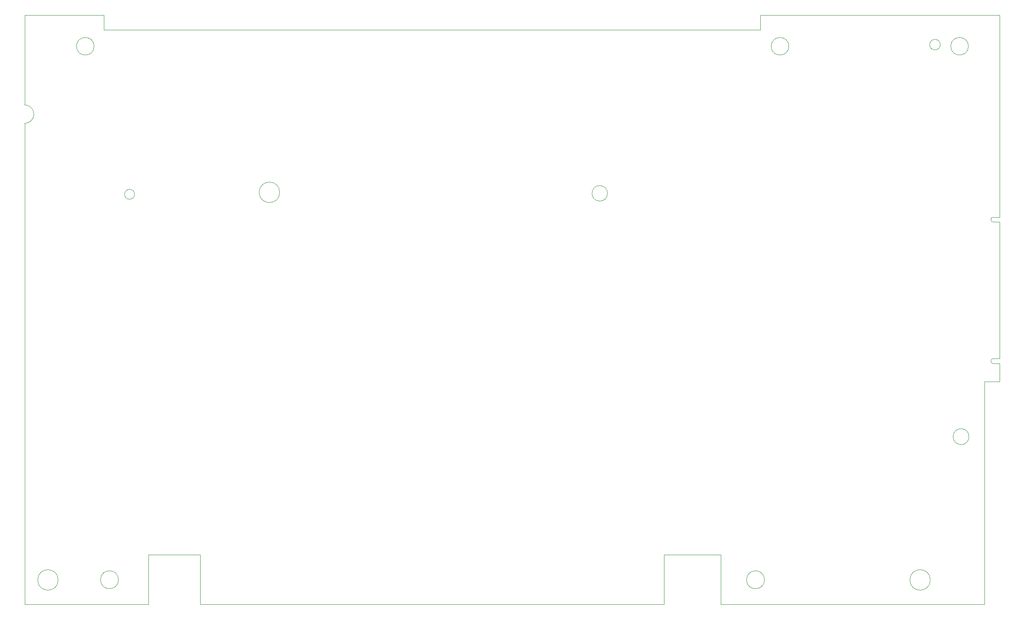
<source format=gbr>
%TF.GenerationSoftware,KiCad,Pcbnew,7.0.9*%
%TF.CreationDate,2024-01-30T12:33:28+01:00*%
%TF.ProjectId,FINESSE,46494e45-5353-4452-9e6b-696361645f70,rev?*%
%TF.SameCoordinates,Original*%
%TF.FileFunction,Profile,NP*%
%FSLAX46Y46*%
G04 Gerber Fmt 4.6, Leading zero omitted, Abs format (unit mm)*
G04 Created by KiCad (PCBNEW 7.0.9) date 2024-01-30 12:33:28*
%MOMM*%
%LPD*%
G01*
G04 APERTURE LIST*
%TA.AperFunction,Profile*%
%ADD10C,0.050000*%
%TD*%
%TA.AperFunction,Profile*%
%ADD11C,0.120000*%
%TD*%
G04 APERTURE END LIST*
D10*
X51360000Y83000000D02*
G75*
G03*
X51360000Y83000000I-2060000J0D01*
G01*
X148125000Y118725000D02*
X148125000Y115775000D01*
D11*
X153874000Y112425000D02*
G75*
G03*
X153874000Y112425000I-1775000J0D01*
G01*
D10*
X140200000Y25000D02*
X193275000Y25000D01*
X190025000Y112425000D02*
G75*
G03*
X190025000Y112425000I-1775000J0D01*
G01*
D11*
X22140000Y82600000D02*
G75*
G03*
X22140000Y82600000I-1000000J0D01*
G01*
D10*
X196276000Y77997000D02*
X195025000Y77997000D01*
X15975000Y115775000D02*
X148125000Y115775000D01*
X128775000Y25000D02*
X128775000Y10025000D01*
D11*
X25000Y96874996D02*
G75*
G03*
X1875170Y98750900I-25001J1875004D01*
G01*
D10*
X148125000Y118725000D02*
X196275000Y118725000D01*
X128775000Y10025000D02*
X140200000Y10025000D01*
D11*
X190150200Y33775000D02*
G75*
G03*
X190150200Y33775000I-1600200J0D01*
G01*
D10*
X24975000Y10025000D02*
X35375000Y10025000D01*
X196277000Y49500000D02*
X195024000Y49500000D01*
X140200000Y25000D02*
X140200000Y10025000D01*
X196277000Y48500000D02*
X195024000Y48500000D01*
X14000000Y112425000D02*
G75*
G03*
X14000000Y112425000I-1775000J0D01*
G01*
X196275020Y77000620D02*
X196275000Y49500000D01*
X25000Y96875000D02*
X25000Y25000D01*
X182363000Y4901000D02*
G75*
G03*
X182363000Y4901000I-2060000J0D01*
G01*
X25000Y100624830D02*
X25000Y118725000D01*
X193275000Y44850000D02*
X196275000Y44850000D01*
X196275000Y77005000D02*
X195024000Y77006000D01*
X196275000Y78000000D02*
X196275000Y118725000D01*
X196277300Y48500520D02*
X196275000Y44850000D01*
D11*
X117363000Y82791000D02*
G75*
G03*
X117363000Y82791000I-1560000J0D01*
G01*
X184360000Y112750000D02*
G75*
G03*
X184360000Y112750000I-1060000J0D01*
G01*
D10*
X195020020Y49500986D02*
G75*
G03*
X194547000Y48997000I31980J-503986D01*
G01*
D11*
X18907000Y4939000D02*
G75*
G03*
X18907000Y4939000I-1810000J0D01*
G01*
D10*
X15975000Y118725000D02*
X25000Y118725000D01*
D11*
X1874996Y98750000D02*
G75*
G03*
X25000Y100624829I-1874998J-2D01*
G01*
X148967000Y4939000D02*
G75*
G03*
X148967000Y4939000I-1810000J0D01*
G01*
D10*
X35375000Y25000D02*
X35375000Y10025000D01*
X195021000Y77996995D02*
G75*
G03*
X194545461Y77506000I25000J-499995D01*
G01*
X194546685Y48999490D02*
G75*
G03*
X195024000Y48500001I500015J10D01*
G01*
X25000Y25000D02*
X24975000Y25000D01*
X35375000Y25000D02*
X128775000Y25000D01*
X15975000Y118725000D02*
X15975000Y115775000D01*
X193275000Y25000D02*
X193275000Y44850000D01*
X24975000Y25000D02*
X24975000Y10025000D01*
D11*
X6758000Y4901000D02*
G75*
G03*
X6758000Y4901000I-2060000J0D01*
G01*
D10*
X194545504Y77506000D02*
G75*
G03*
X195020480Y77006630I499996J0D01*
G01*
M02*

</source>
